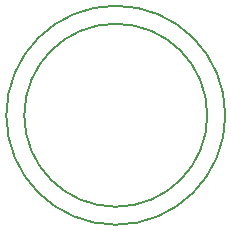
<source format=gm1>
%FSLAX23Y23*%
%MOIN*%
G70*
G01*
G75*
G04 Layer_Color=16711935*
%ADD10C,0.005*%
D10*
X365Y0D02*
G03*
X365Y0I-365J0D01*
G01*
X305D02*
G03*
X305Y0I-305J0D01*
G01*
M02*

</source>
